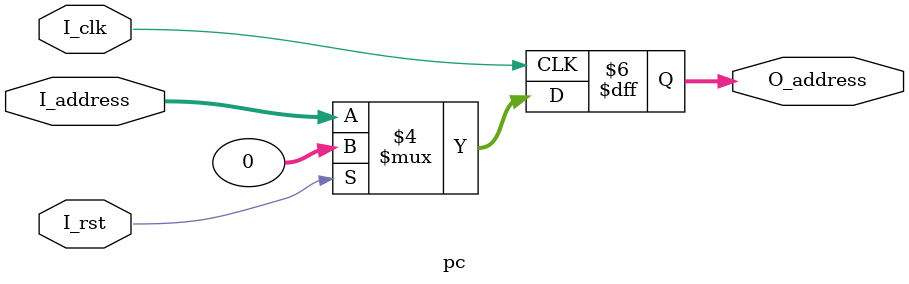
<source format=v>

module pc #(parameter RESET=32'h00000000) (
		input wire I_clk,
		input wire I_rst,
		input wire [31:0] I_address,
		output reg [31:0] O_address
	 );

    always @(posedge I_clk) begin
        if(I_rst == 1) begin
           O_address <= RESET;
           $display("The program counter was reset");
        end
        else begin
           O_address <= I_address;	
        end
    end

endmodule

</source>
